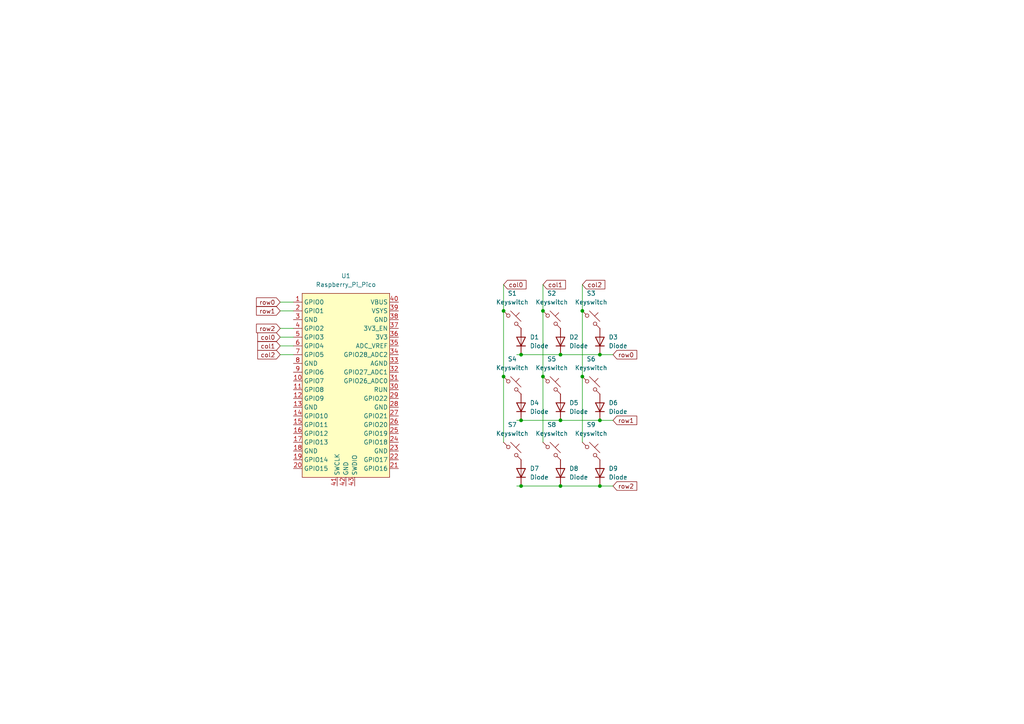
<source format=kicad_sch>
(kicad_sch (version 20231120) (generator "eeschema") (generator_version "8.0")
  (paper "A4")
  (lib_symbols
    (symbol "ScottoKeebs:MCU_Raspberry_Pi_Pico"
      (property "Reference" "U" (at 0 0 0))
      (property "Value" "Raspberry_Pi_Pico" (at 0 27.94 0))
      (symbol "MCU_Raspberry_Pi_Pico_0_1"
        (rectangle (start -12.7 26.67) (end 12.7 -26.67) (fill (type background)))
      )
      (symbol "MCU_Raspberry_Pi_Pico_1_1"
        (pin bidirectional line (at -15.24 24.13 0) (length 2.54) (name "GPIO0") (number "1"))
        (pin bidirectional line (at -15.24 1.27 0) (length 2.54) (name "GPIO7") (number "10"))
        (pin bidirectional line (at -15.24 -1.27 0) (length 2.54) (name "GPIO8") (number "11"))
        (pin bidirectional line (at -15.24 -3.81 0) (length 2.54) (name "GPIO9") (number "12"))
        (pin power_in line (at -15.24 -6.35 0) (length 2.54) (name "GND") (number "13"))
        (pin bidirectional line (at -15.24 -8.89 0) (length 2.54) (name "GPIO10") (number "14"))
        (pin bidirectional line (at -15.24 -11.43 0) (length 2.54) (name "GPIO11") (number "15"))
        (pin bidirectional line (at -15.24 -13.97 0) (length 2.54) (name "GPIO12") (number "16"))
        (pin bidirectional line (at -15.24 -16.51 0) (length 2.54) (name "GPIO13") (number "17"))
        (pin power_in line (at -15.24 -19.05 0) (length 2.54) (name "GND") (number "18"))
        (pin bidirectional line (at -15.24 -21.59 0) (length 2.54) (name "GPIO14") (number "19"))
        (pin bidirectional line (at -15.24 21.59 0) (length 2.54) (name "GPIO1") (number "2"))
        (pin bidirectional line (at -15.24 -24.13 0) (length 2.54) (name "GPIO15") (number "20"))
        (pin bidirectional line (at 15.24 -24.13 180) (length 2.54) (name "GPIO16") (number "21"))
        (pin bidirectional line (at 15.24 -21.59 180) (length 2.54) (name "GPIO17") (number "22"))
        (pin power_in line (at 15.24 -19.05 180) (length 2.54) (name "GND") (number "23"))
        (pin bidirectional line (at 15.24 -16.51 180) (length 2.54) (name "GPIO18") (number "24"))
        (pin bidirectional line (at 15.24 -13.97 180) (length 2.54) (name "GPIO19") (number "25"))
        (pin bidirectional line (at 15.24 -11.43 180) (length 2.54) (name "GPIO20") (number "26"))
        (pin bidirectional line (at 15.24 -8.89 180) (length 2.54) (name "GPIO21") (number "27"))
        (pin power_in line (at 15.24 -6.35 180) (length 2.54) (name "GND") (number "28"))
        (pin bidirectional line (at 15.24 -3.81 180) (length 2.54) (name "GPIO22") (number "29"))
        (pin power_in line (at -15.24 19.05 0) (length 2.54) (name "GND") (number "3"))
        (pin input line (at 15.24 -1.27 180) (length 2.54) (name "RUN") (number "30"))
        (pin bidirectional line (at 15.24 1.27 180) (length 2.54) (name "GPIO26_ADC0") (number "31"))
        (pin bidirectional line (at 15.24 3.81 180) (length 2.54) (name "GPIO27_ADC1") (number "32"))
        (pin power_in line (at 15.24 6.35 180) (length 2.54) (name "AGND") (number "33"))
        (pin bidirectional line (at 15.24 8.89 180) (length 2.54) (name "GPIO28_ADC2") (number "34"))
        (pin power_in line (at 15.24 11.43 180) (length 2.54) (name "ADC_VREF") (number "35"))
        (pin power_in line (at 15.24 13.97 180) (length 2.54) (name "3V3") (number "36"))
        (pin input line (at 15.24 16.51 180) (length 2.54) (name "3V3_EN") (number "37"))
        (pin bidirectional line (at 15.24 19.05 180) (length 2.54) (name "GND") (number "38"))
        (pin power_in line (at 15.24 21.59 180) (length 2.54) (name "VSYS") (number "39"))
        (pin bidirectional line (at -15.24 16.51 0) (length 2.54) (name "GPIO2") (number "4"))
        (pin power_in line (at 15.24 24.13 180) (length 2.54) (name "VBUS") (number "40"))
        (pin input line (at -2.54 -29.21 90) (length 2.54) (name "SWCLK") (number "41"))
        (pin power_in line (at 0 -29.21 90) (length 2.54) (name "GND") (number "42"))
        (pin bidirectional line (at 2.54 -29.21 90) (length 2.54) (name "SWDIO") (number "43"))
        (pin bidirectional line (at -15.24 13.97 0) (length 2.54) (name "GPIO3") (number "5"))
        (pin bidirectional line (at -15.24 11.43 0) (length 2.54) (name "GPIO4") (number "6"))
        (pin bidirectional line (at -15.24 8.89 0) (length 2.54) (name "GPIO5") (number "7"))
        (pin power_in line (at -15.24 6.35 0) (length 2.54) (name "GND") (number "8"))
        (pin bidirectional line (at -15.24 3.81 0) (length 2.54) (name "GPIO6") (number "9"))
      )
    )
    (symbol "ScottoKeebs:Placeholder_Diode" (pin_numbers hide) (pin_names hide)
      (property "Reference" "D" (at 0 2.54 0))
      (property "Value" "Diode" (at 0 -2.54 0))
      (symbol "Placeholder_Diode_0_1"
        (polyline (pts (xy -1.27 1.27) (xy -1.27 -1.27)) (stroke (width 0.254)))
        (polyline (pts (xy 1.27 0) (xy -1.27 0)))
        (polyline (pts (xy 1.27 1.27) (xy 1.27 -1.27) (xy -1.27 0) (xy 1.27 1.27)) (stroke (width 0.254)))
      )
      (symbol "Placeholder_Diode_1_1"
        (pin passive line (at -3.81 0 0) (length 2.54) (name "K") (number "1"))
        (pin passive line (at 3.81 0 180) (length 2.54) (name "A") (number "2"))
      )
    )
    (symbol "ScottoKeebs:Placeholder_Keyswitch" (pin_numbers hide) (pin_names (offset 1.016) hide)
      (property "Reference" "S" (at 3.048 1.016 0))
      (property "Value" "Keyswitch" (at 0 -3.81 0))
      (symbol "Placeholder_Keyswitch_0_1"
        (circle (center -1.1684 1.1684) (radius 0.508))
        (polyline (pts (xy -0.508 2.54) (xy 2.54 -0.508)))
        (polyline (pts (xy 1.016 1.016) (xy 2.032 2.032)))
        (polyline (pts (xy -2.54 2.54) (xy -1.524 1.524) (xy -1.524 1.524)))
        (polyline (pts (xy 1.524 -1.524) (xy 2.54 -2.54) (xy 2.54 -2.54) (xy 2.54 -2.54)))
        (circle (center 1.143 -1.1938) (radius 0.508))
        (pin passive line (at -2.54 2.54 0) (length 0) (name "1") (number "1"))
        (pin passive line (at 2.54 -2.54 180) (length 0) (name "2") (number "2"))
      )
    )
  )
  (junction (at 173.99 102.87))
  (junction (at 151.13 121.92))
  (junction (at 157.48 90.17))
  (junction (at 162.56 102.87))
  (junction (at 168.91 109.22))
  (junction (at 151.13 102.87))
  (junction (at 168.91 90.17))
  (junction (at 173.99 121.92))
  (junction (at 173.99 140.97))
  (junction (at 146.05 90.17))
  (junction (at 151.13 140.97))
  (junction (at 146.05 109.22))
  (junction (at 162.56 121.92))
  (junction (at 157.48 109.22))
  (junction (at 162.56 140.97))
  (wire (pts (xy 173.99 102.87) (xy 177.8 102.87)))
  (wire (pts (xy 173.99 140.97) (xy 177.8 140.97)))
  (wire (pts (xy 149.86 102.87) (xy 151.13 102.87)))
  (wire (pts (xy 151.13 102.87) (xy 162.56 102.87)))
  (wire (pts (xy 81.28 100.33) (xy 85.09 100.33)))
  (wire (pts (xy 162.56 121.92) (xy 173.99 121.92)))
  (wire (pts (xy 157.48 90.17) (xy 157.48 109.22)))
  (wire (pts (xy 168.91 82.55) (xy 168.91 90.17)))
  (wire (pts (xy 149.86 121.92) (xy 151.13 121.92)))
  (wire (pts (xy 81.28 95.25) (xy 85.09 95.25)))
  (wire (pts (xy 162.56 102.87) (xy 173.99 102.87)))
  (wire (pts (xy 168.91 109.22) (xy 168.91 128.27)))
  (wire (pts (xy 146.05 109.22) (xy 146.05 128.27)))
  (wire (pts (xy 162.56 140.97) (xy 173.99 140.97)))
  (wire (pts (xy 168.91 90.17) (xy 168.91 109.22)))
  (wire (pts (xy 173.99 121.92) (xy 177.8 121.92)))
  (wire (pts (xy 157.48 109.22) (xy 157.48 128.27)))
  (wire (pts (xy 81.28 97.79) (xy 85.09 97.79)))
  (wire (pts (xy 157.48 82.55) (xy 157.48 90.17)))
  (wire (pts (xy 151.13 121.92) (xy 162.56 121.92)))
  (wire (pts (xy 81.28 90.17) (xy 85.09 90.17)))
  (wire (pts (xy 146.05 82.55) (xy 146.05 90.17)))
  (wire (pts (xy 146.05 90.17) (xy 146.05 109.22)))
  (wire (pts (xy 151.13 140.97) (xy 162.56 140.97)))
  (wire (pts (xy 81.28 87.63) (xy 85.09 87.63)))
  (wire (pts (xy 149.86 140.97) (xy 151.13 140.97)))
  (wire (pts (xy 81.28 102.87) (xy 85.09 102.87)))
  (global_label "row2" (shape input) (at 177.8 140.97 0) (property "Intersheetrefs" "${INTERSHEET_REFS}" (effects (hide yes))))
  (global_label "col2" (shape input) (at 168.91 82.55 0) (property "Intersheetrefs" "${INTERSHEET_REFS}" (effects (hide yes))))
  (global_label "col0" (shape input) (at 81.28 97.79 180) (property "Intersheetrefs" "${INTERSHEET_REFS}" (effects (hide yes))))
  (global_label "row1" (shape input) (at 81.28 90.17 180) (property "Intersheetrefs" "${INTERSHEET_REFS}" (effects (hide yes))))
  (global_label "row0" (shape input) (at 177.8 102.87 0) (property "Intersheetrefs" "${INTERSHEET_REFS}" (effects (hide yes))))
  (global_label "col1" (shape input) (at 81.28 100.33 180) (property "Intersheetrefs" "${INTERSHEET_REFS}" (effects (hide yes))))
  (global_label "row2" (shape input) (at 81.28 95.25 180) (property "Intersheetrefs" "${INTERSHEET_REFS}" (effects (hide yes))))
  (global_label "col1" (shape input) (at 157.48 82.55 0) (property "Intersheetrefs" "${INTERSHEET_REFS}" (effects (hide yes))))
  (global_label "row0" (shape input) (at 81.28 87.63 180) (property "Intersheetrefs" "${INTERSHEET_REFS}" (effects (hide yes))))
  (global_label "row1" (shape input) (at 177.8 121.92 0) (property "Intersheetrefs" "${INTERSHEET_REFS}" (effects (hide yes))))
  (global_label "col2" (shape input) (at 81.28 102.87 180) (property "Intersheetrefs" "${INTERSHEET_REFS}" (effects (hide yes))))
  (global_label "col0" (shape input) (at 146.05 82.55 0) (property "Intersheetrefs" "${INTERSHEET_REFS}" (effects (hide yes))))
  (symbol (lib_id "ScottoKeebs:Placeholder_Keyswitch") (at 160.02 130.81 0) (unit 1)
    (property "Reference" "S8" (at 160.02 123.19 0))
    (property "Value" "Keyswitch" (at 160.02 125.73 0))
    (property "Footprint" "ScottoKeebs_MX:MX_PCB_1.00u" (effects (hide yes)))
    (property "Description" "Push button switch, normally open, two pins, 45° tilted" (effects (hide yes)))
  )
  (symbol (lib_id "ScottoKeebs:Placeholder_Diode") (at 173.99 118.11 90) (unit 1)
    (property "Reference" "D6" (at 176.53 116.8399 90) (effects (justify right)))
    (property "Value" "Diode" (at 176.53 119.3799 90) (effects (justify right)))
    (property "Footprint" "ScottoKeebs_Components:Diode_DO-35" (effects (hide yes)))
    (property "Description" "1N4148 (DO-35) or 1N4148W (SOD-123)" (effects (hide yes)))
    (property "Sim.Device" "D" (effects (hide yes)))
    (property "Sim.Pins" "1=K 2=A" (effects (hide yes)))
  )
  (symbol (lib_id "ScottoKeebs:Placeholder_Diode") (at 162.56 137.16 90) (unit 1)
    (property "Reference" "D8" (at 165.1 135.8899 90) (effects (justify right)))
    (property "Value" "Diode" (at 165.1 138.4299 90) (effects (justify right)))
    (property "Footprint" "ScottoKeebs_Components:Diode_DO-35" (effects (hide yes)))
    (property "Description" "1N4148 (DO-35) or 1N4148W (SOD-123)" (effects (hide yes)))
    (property "Sim.Device" "D" (effects (hide yes)))
    (property "Sim.Pins" "1=K 2=A" (effects (hide yes)))
  )
  (symbol (lib_id "ScottoKeebs:Placeholder_Keyswitch") (at 171.45 130.81 0) (unit 1)
    (property "Reference" "S9" (at 171.45 123.19 0))
    (property "Value" "Keyswitch" (at 171.45 125.73 0))
    (property "Footprint" "ScottoKeebs_MX:MX_PCB_1.00u" (effects (hide yes)))
    (property "Description" "Push button switch, normally open, two pins, 45° tilted" (effects (hide yes)))
  )
  (symbol (lib_id "ScottoKeebs:MCU_Raspberry_Pi_Pico") (at 100.33 111.76 0) (unit 1)
    (property "Reference" "U1" (at 100.33 80.01 0))
    (property "Value" "Raspberry_Pi_Pico" (at 100.33 82.55 0))
    (property "Footprint" "ScottoKeebs_MCU:Raspberry_Pi_Pico" (effects (hide yes)))
  )
  (symbol (lib_id "ScottoKeebs:Placeholder_Keyswitch") (at 148.59 92.71 0) (unit 1)
    (property "Reference" "S1" (at 148.59 85.09 0))
    (property "Value" "Keyswitch" (at 148.59 87.63 0))
    (property "Footprint" "ScottoKeebs_MX:MX_PCB_1.00u" (effects (hide yes)))
    (property "Description" "Push button switch, normally open, two pins, 45° tilted" (effects (hide yes)))
  )
  (symbol (lib_id "ScottoKeebs:Placeholder_Diode") (at 162.56 99.06 90) (unit 1)
    (property "Reference" "D2" (at 165.1 97.7899 90) (effects (justify right)))
    (property "Value" "Diode" (at 165.1 100.3299 90) (effects (justify right)))
    (property "Footprint" "ScottoKeebs_Components:Diode_DO-35" (effects (hide yes)))
    (property "Description" "1N4148 (DO-35) or 1N4148W (SOD-123)" (effects (hide yes)))
    (property "Sim.Device" "D" (effects (hide yes)))
    (property "Sim.Pins" "1=K 2=A" (effects (hide yes)))
  )
  (symbol (lib_id "ScottoKeebs:Placeholder_Keyswitch") (at 148.59 130.81 0) (unit 1)
    (property "Reference" "S7" (at 148.59 123.19 0))
    (property "Value" "Keyswitch" (at 148.59 125.73 0))
    (property "Footprint" "ScottoKeebs_MX:MX_PCB_1.00u" (effects (hide yes)))
    (property "Description" "Push button switch, normally open, two pins, 45° tilted" (effects (hide yes)))
  )
  (symbol (lib_id "ScottoKeebs:Placeholder_Keyswitch") (at 171.45 111.76 0) (unit 1)
    (property "Reference" "S6" (at 171.45 104.14 0))
    (property "Value" "Keyswitch" (at 171.45 106.68 0))
    (property "Footprint" "ScottoKeebs_MX:MX_PCB_1.00u" (effects (hide yes)))
    (property "Description" "Push button switch, normally open, two pins, 45° tilted" (effects (hide yes)))
  )
  (symbol (lib_id "ScottoKeebs:Placeholder_Diode") (at 151.13 99.06 90) (unit 1)
    (property "Reference" "D1" (at 153.67 97.7899 90) (effects (justify right)))
    (property "Value" "Diode" (at 153.67 100.3299 90) (effects (justify right)))
    (property "Footprint" "ScottoKeebs_Components:Diode_DO-35" (effects (hide yes)))
    (property "Description" "1N4148 (DO-35) or 1N4148W (SOD-123)" (effects (hide yes)))
    (property "Sim.Device" "D" (effects (hide yes)))
    (property "Sim.Pins" "1=K 2=A" (effects (hide yes)))
  )
  (symbol (lib_id "ScottoKeebs:Placeholder_Keyswitch") (at 148.59 111.76 0) (unit 1)
    (property "Reference" "S4" (at 148.59 104.14 0))
    (property "Value" "Keyswitch" (at 148.59 106.68 0))
    (property "Footprint" "ScottoKeebs_MX:MX_PCB_1.00u" (effects (hide yes)))
    (property "Description" "Push button switch, normally open, two pins, 45° tilted" (effects (hide yes)))
  )
  (symbol (lib_id "ScottoKeebs:Placeholder_Diode") (at 173.99 137.16 90) (unit 1)
    (property "Reference" "D9" (at 176.53 135.8899 90) (effects (justify right)))
    (property "Value" "Diode" (at 176.53 138.4299 90) (effects (justify right)))
    (property "Footprint" "ScottoKeebs_Components:Diode_DO-35" (effects (hide yes)))
    (property "Description" "1N4148 (DO-35) or 1N4148W (SOD-123)" (effects (hide yes)))
    (property "Sim.Device" "D" (effects (hide yes)))
    (property "Sim.Pins" "1=K 2=A" (effects (hide yes)))
  )
  (symbol (lib_id "ScottoKeebs:Placeholder_Diode") (at 151.13 118.11 90) (unit 1)
    (property "Reference" "D4" (at 153.67 116.8399 90) (effects (justify right)))
    (property "Value" "Diode" (at 153.67 119.3799 90) (effects (justify right)))
    (property "Footprint" "ScottoKeebs_Components:Diode_DO-35" (effects (hide yes)))
    (property "Description" "1N4148 (DO-35) or 1N4148W (SOD-123)" (effects (hide yes)))
    (property "Sim.Device" "D" (effects (hide yes)))
    (property "Sim.Pins" "1=K 2=A" (effects (hide yes)))
  )
  (symbol (lib_id "ScottoKeebs:Placeholder_Keyswitch") (at 160.02 92.71 0) (unit 1)
    (property "Reference" "S2" (at 160.02 85.09 0))
    (property "Value" "Keyswitch" (at 160.02 87.63 0))
    (property "Footprint" "ScottoKeebs_MX:MX_PCB_1.00u" (effects (hide yes)))
    (property "Description" "Push button switch, normally open, two pins, 45° tilted" (effects (hide yes)))
  )
  (symbol (lib_id "ScottoKeebs:Placeholder_Keyswitch") (at 171.45 92.71 0) (unit 1)
    (property "Reference" "S3" (at 171.45 85.09 0))
    (property "Value" "Keyswitch" (at 171.45 87.63 0))
    (property "Footprint" "ScottoKeebs_MX:MX_PCB_1.00u" (effects (hide yes)))
    (property "Description" "Push button switch, normally open, two pins, 45° tilted" (effects (hide yes)))
  )
  (symbol (lib_id "ScottoKeebs:Placeholder_Diode") (at 173.99 99.06 90) (unit 1)
    (property "Reference" "D3" (at 176.53 97.7899 90) (effects (justify right)))
    (property "Value" "Diode" (at 176.53 100.3299 90) (effects (justify right)))
    (property "Footprint" "ScottoKeebs_Components:Diode_DO-35" (effects (hide yes)))
    (property "Description" "1N4148 (DO-35) or 1N4148W (SOD-123)" (effects (hide yes)))
    (property "Sim.Device" "D" (effects (hide yes)))
    (property "Sim.Pins" "1=K 2=A" (effects (hide yes)))
  )
  (symbol (lib_id "ScottoKeebs:Placeholder_Diode") (at 162.56 118.11 90) (unit 1)
    (property "Reference" "D5" (at 165.1 116.8399 90) (effects (justify right)))
    (property "Value" "Diode" (at 165.1 119.3799 90) (effects (justify right)))
    (property "Footprint" "ScottoKeebs_Components:Diode_DO-35" (effects (hide yes)))
    (property "Description" "1N4148 (DO-35) or 1N4148W (SOD-123)" (effects (hide yes)))
    (property "Sim.Device" "D" (effects (hide yes)))
    (property "Sim.Pins" "1=K 2=A" (effects (hide yes)))
  )
  (symbol (lib_id "ScottoKeebs:Placeholder_Diode") (at 151.13 137.16 90) (unit 1)
    (property "Reference" "D7" (at 153.67 135.8899 90) (effects (justify right)))
    (property "Value" "Diode" (at 153.67 138.4299 90) (effects (justify right)))
    (property "Footprint" "ScottoKeebs_Components:Diode_DO-35" (effects (hide yes)))
    (property "Description" "1N4148 (DO-35) or 1N4148W (SOD-123)" (effects (hide yes)))
    (property "Sim.Device" "D" (effects (hide yes)))
    (property "Sim.Pins" "1=K 2=A" (effects (hide yes)))
  )
  (symbol (lib_id "ScottoKeebs:Placeholder_Keyswitch") (at 160.02 111.76 0) (unit 1)
    (property "Reference" "S5" (at 160.02 104.14 0))
    (property "Value" "Keyswitch" (at 160.02 106.68 0))
    (property "Footprint" "ScottoKeebs_MX:MX_PCB_1.00u" (effects (hide yes)))
    (property "Description" "Push button switch, normally open, two pins, 45° tilted" (effects (hide yes)))
  )
)
</source>
